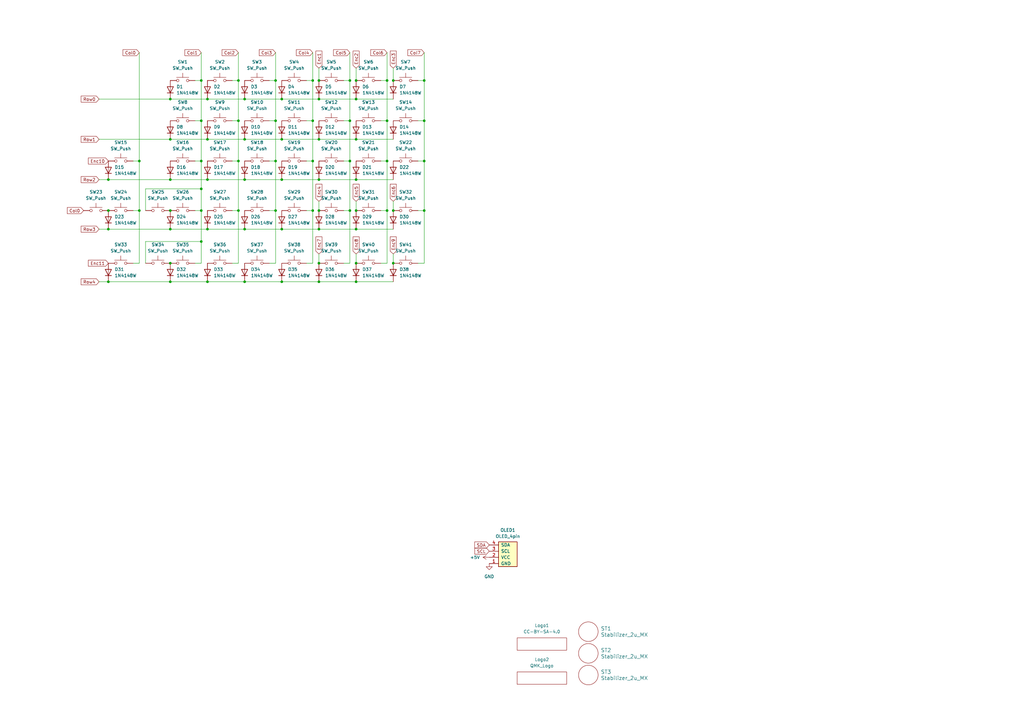
<source format=kicad_sch>
(kicad_sch (version 20230121) (generator eeschema)
  (paper "A3")
  (title_block (title "RefleXion - Ortho 65 Matrix") (date "2022-10-10") (rev "v1.0.0") (company "Tweety's Wild Thinking") (comment 1 "Design: Markus Knutsson <markus.knutsson@tweety.se>") (comment 2 "Concept: Pedro Quaresma <pq@live.ie>") (comment 3 "https://github.com/TweetyDaBird") (comment 4 "Licensed under Creative Commons BY-SA 4.0 International"))
  (lib_symbols
    (symbol "Diode:1N4148W" (pin_numbers hide) (pin_names hide)
      (property "Reference" "D" (at 0 2.54 0))
      (property "Value" "1N4148W" (at 0 -2.54 0))
      (symbol "1N4148W_0_1"
        (polyline (pts (xy -1.27 1.27) (xy -1.27 -1.27)) (stroke (width 0.254)))
        (polyline (pts (xy 1.27 0) (xy -1.27 0)))
        (polyline (pts (xy 1.27 1.27) (xy 1.27 -1.27) (xy -1.27 0) (xy 1.27 1.27)) (stroke (width 0.254)))
      )
      (symbol "1N4148W_1_1"
        (pin passive line (at -3.81 0 0) (length 2.54) (name "K") (number "1"))
        (pin passive line (at 3.81 0 180) (length 2.54) (name "A") (number "2"))
      )
    )
    (symbol "Keyboard Common:OLED_4pin" (pin_names (offset 1.016))
      (property "Reference" "OLED" (at 0 5.08 0))
      (property "Value" "OLED_4pin" (at 0 -7.62 0))
      (symbol "OLED_4pin_1_1"
        (rectangle (start -1.27 3.81) (end 6.35 -6.35) (stroke (width 0.254)) (fill (type background)))
        (pin passive line (at -5.08 2.54 0) (length 3.81) (name "GND") (number "1"))
        (pin passive line (at -5.08 0 0) (length 3.81) (name "VCC") (number "2"))
        (pin passive line (at -5.08 -2.54 0) (length 3.81) (name "SCL") (number "3"))
        (pin passive line (at -5.08 -5.08 0) (length 3.81) (name "SDA") (number "4"))
        (pin no_connect line (at 8.128 -2.286 90) (length 3.81) hide (name "0") (number "A"))
        (pin no_connect line (at 8.128 -2.286 90) (length 3.81) hide (name "0") (number "B"))
        (pin no_connect line (at 8.128 -2.286 90) (length 3.81) hide (name "0") (number "C"))
        (pin no_connect line (at 8.128 -2.286 90) (length 3.81) hide (name "0") (number "D"))
      )
    )
    (symbol "Keyboard Switches:SW_MX_HotSwap_Reversible" (pin_numbers hide) (pin_names (offset 1.016) hide)
      (property "Reference" "SW" (at 1.27 2.54 0))
      (property "Value" "SW_MX_HotSwap_Reversible" (at 0 -1.524 0))
      (symbol "SW_MX_HotSwap_Reversible_0_1"
        (circle (center -2.032 0) (radius 0.508))
        (polyline (pts (xy 0 1.27) (xy 0 3.048)))
        (polyline (pts (xy 2.54 1.27) (xy -2.54 1.27)))
        (circle (center 2.032 0) (radius 0.508))
        (pin passive line (at -5.08 0 0) (length 2.54) (name "1") (number "1"))
        (pin passive line (at 5.08 0 180) (length 2.54) (name "2") (number "2"))
      )
    )
    (symbol "Keyboard Switches:Stabilizer_2u_MX" (pin_names (offset 1.016))
      (property "Reference" "ST1" (at 0 -1.27 0))
      (property "Value" "Stabilizer_2u_MX" (at 0 1.27 0))
      (symbol "Stabilizer_2u_MX_0_1"
        (circle (center 0 0) (radius 4.0132))
      )
    )
    (symbol "Logotypes:CC-BY-SA-4.0" (pin_names (offset 1.016))
      (property "Reference" "Logo" (at 0 1.27 0))
      (property "Value" "CC-BY-SA-4.0" (at 0 -1.27 0))
      (symbol "CC-BY-SA-4.0_0_1"
        (rectangle (start -10.16 2.54) (end 10.16 -2.54))
      )
    )
    (symbol "Logotypes:QMK_Logo" (pin_numbers hide) (pin_names (offset 0) hide) (in_bom no)
      (property "Reference" "Logo" (at 0 0 0))
      (property "Value" "QMK_Logo" (at 0 2.54 0))
      (symbol "QMK_Logo_0_1"
        (rectangle (start -10.16 3.81) (end 10.16 -1.27))
      )
    )
    (symbol "power:+5V" (power) (pin_names (offset 0))
      (property "Value" "+5V" (at 0 3.556 0))
      (symbol "+5V_0_1"
        (polyline (pts (xy -0.762 1.27) (xy 0 2.54)))
        (polyline (pts (xy 0 0) (xy 0 2.54)))
        (polyline (pts (xy 0 2.54) (xy 0.762 1.27)))
      )
      (symbol "+5V_1_1"
        (pin power_in line (at 0 0 90) (length 0) hide (name "+5V") (number "1"))
      )
    )
    (symbol "power:GND" (power) (pin_names (offset 0))
      (property "Value" "GND" (at 0 -3.81 0))
      (symbol "GND_0_1"
        (polyline (pts (xy 0 0) (xy 0 -1.27) (xy 1.27 -1.27) (xy 0 -2.54) (xy -1.27 -1.27) (xy 0 -1.27)))
      )
      (symbol "GND_1_1"
        (pin power_in line (at 0 0 270) (length 0) hide (name "GND") (number "1"))
      )
    )
  )
  (junction (at 100.33 115.57))
  (junction (at 173.99 86.36))
  (junction (at 115.57 57.15))
  (junction (at 97.79 33.02))
  (junction (at 158.75 66.04))
  (junction (at 57.15 86.36))
  (junction (at 82.55 66.04))
  (junction (at 69.85 73.66))
  (junction (at 44.45 86.36))
  (junction (at 146.05 73.66))
  (junction (at 44.45 73.66))
  (junction (at 69.85 86.36))
  (junction (at 85.09 93.98))
  (junction (at 97.79 86.36))
  (junction (at 100.33 73.66))
  (junction (at 128.27 86.36))
  (junction (at 143.51 49.53))
  (junction (at 100.33 40.64))
  (junction (at 158.75 33.02))
  (junction (at 97.79 49.53))
  (junction (at 69.85 115.57))
  (junction (at 115.57 73.66))
  (junction (at 44.45 93.98))
  (junction (at 146.05 107.95))
  (junction (at 158.75 49.53))
  (junction (at 82.55 49.53))
  (junction (at 57.15 66.04))
  (junction (at 69.85 57.15))
  (junction (at 44.45 115.57))
  (junction (at 100.33 93.98))
  (junction (at 115.57 40.64))
  (junction (at 146.05 115.57))
  (junction (at 115.57 115.57))
  (junction (at 85.09 40.64))
  (junction (at 69.85 93.98))
  (junction (at 85.09 115.57))
  (junction (at 173.99 33.02))
  (junction (at 146.05 57.15))
  (junction (at 130.81 86.36))
  (junction (at 85.09 73.66))
  (junction (at 100.33 57.15))
  (junction (at 69.85 40.64))
  (junction (at 82.55 99.06))
  (junction (at 113.03 66.04))
  (junction (at 143.51 33.02))
  (junction (at 146.05 40.64))
  (junction (at 130.81 40.64))
  (junction (at 69.85 107.95))
  (junction (at 82.55 77.47))
  (junction (at 146.05 86.36))
  (junction (at 115.57 93.98))
  (junction (at 82.55 86.36))
  (junction (at 85.09 57.15))
  (junction (at 161.29 107.95))
  (junction (at 97.79 66.04))
  (junction (at 128.27 66.04))
  (junction (at 161.29 33.02))
  (junction (at 113.03 49.53))
  (junction (at 128.27 49.53))
  (junction (at 130.81 93.98))
  (junction (at 130.81 115.57))
  (junction (at 130.81 73.66))
  (junction (at 173.99 66.04))
  (junction (at 82.55 33.02))
  (junction (at 113.03 33.02))
  (junction (at 143.51 66.04))
  (junction (at 143.51 86.36))
  (junction (at 113.03 86.36))
  (junction (at 158.75 86.36))
  (junction (at 146.05 93.98))
  (junction (at 130.81 107.95))
  (junction (at 130.81 57.15))
  (junction (at 173.99 49.53))
  (junction (at 130.81 33.02))
  (junction (at 146.05 33.02))
  (junction (at 161.29 86.36))
  (junction (at 128.27 33.02))
  (wire (pts (xy 82.55 99.06) (xy 82.55 107.95)))
  (wire (pts (xy 100.33 93.98) (xy 115.57 93.98)))
  (wire (pts (xy 156.21 33.02) (xy 158.75 33.02)))
  (wire (pts (xy 100.33 40.64) (xy 115.57 40.64)))
  (wire (pts (xy 40.64 115.57) (xy 44.45 115.57)))
  (wire (pts (xy 130.81 27.94) (xy 130.81 33.02)))
  (wire (pts (xy 59.69 99.06) (xy 82.55 99.06)))
  (wire (pts (xy 40.64 73.66) (xy 44.45 73.66)))
  (wire (pts (xy 57.15 21.59) (xy 57.15 66.04)))
  (wire (pts (xy 173.99 49.53) (xy 173.99 66.04)))
  (wire (pts (xy 171.45 33.02) (xy 173.99 33.02)))
  (wire (pts (xy 97.79 49.53) (xy 97.79 66.04)))
  (wire (pts (xy 130.81 57.15) (xy 146.05 57.15)))
  (wire (pts (xy 173.99 66.04) (xy 173.99 86.36)))
  (wire (pts (xy 97.79 66.04) (xy 97.79 86.36)))
  (wire (pts (xy 95.25 86.36) (xy 97.79 86.36)))
  (wire (pts (xy 95.25 33.02) (xy 97.79 33.02)))
  (wire (pts (xy 130.81 82.55) (xy 130.81 86.36)))
  (wire (pts (xy 158.75 66.04) (xy 158.75 86.36)))
  (wire (pts (xy 82.55 86.36) (xy 82.55 99.06)))
  (wire (pts (xy 80.01 86.36) (xy 82.55 86.36)))
  (wire (pts (xy 54.61 107.95) (xy 57.15 107.95)))
  (wire (pts (xy 173.99 33.02) (xy 173.99 49.53)))
  (wire (pts (xy 171.45 49.53) (xy 173.99 49.53)))
  (wire (pts (xy 80.01 49.53) (xy 82.55 49.53)))
  (wire (pts (xy 146.05 73.66) (xy 161.29 73.66)))
  (wire (pts (xy 44.45 115.57) (xy 69.85 115.57)))
  (wire (pts (xy 110.49 86.36) (xy 113.03 86.36)))
  (wire (pts (xy 173.99 86.36) (xy 171.45 86.36)))
  (wire (pts (xy 140.97 86.36) (xy 143.51 86.36)))
  (wire (pts (xy 146.05 82.55) (xy 146.05 86.36)))
  (wire (pts (xy 113.03 86.36) (xy 113.03 107.95)))
  (wire (pts (xy 113.03 33.02) (xy 113.03 49.53)))
  (wire (pts (xy 69.85 40.64) (xy 85.09 40.64)))
  (wire (pts (xy 44.45 93.98) (xy 69.85 93.98)))
  (wire (pts (xy 173.99 86.36) (xy 173.99 107.95)))
  (wire (pts (xy 40.64 57.15) (xy 69.85 57.15)))
  (wire (pts (xy 140.97 107.95) (xy 143.51 107.95)))
  (wire (pts (xy 146.05 93.98) (xy 161.29 93.98)))
  (wire (pts (xy 161.29 27.94) (xy 161.29 33.02)))
  (wire (pts (xy 146.05 104.14) (xy 146.05 107.95)))
  (wire (pts (xy 128.27 21.59) (xy 128.27 33.02)))
  (wire (pts (xy 158.75 49.53) (xy 158.75 66.04)))
  (wire (pts (xy 110.49 66.04) (xy 113.03 66.04)))
  (wire (pts (xy 140.97 66.04) (xy 143.51 66.04)))
  (wire (pts (xy 115.57 115.57) (xy 130.81 115.57)))
  (wire (pts (xy 54.61 86.36) (xy 57.15 86.36)))
  (wire (pts (xy 113.03 49.53) (xy 113.03 66.04)))
  (wire (pts (xy 85.09 73.66) (xy 100.33 73.66)))
  (wire (pts (xy 156.21 49.53) (xy 158.75 49.53)))
  (wire (pts (xy 130.81 115.57) (xy 146.05 115.57)))
  (wire (pts (xy 69.85 115.57) (xy 85.09 115.57)))
  (wire (pts (xy 143.51 21.59) (xy 143.51 33.02)))
  (wire (pts (xy 128.27 49.53) (xy 128.27 66.04)))
  (wire (pts (xy 100.33 73.66) (xy 115.57 73.66)))
  (wire (pts (xy 146.05 27.94) (xy 146.05 33.02)))
  (wire (pts (xy 140.97 33.02) (xy 143.51 33.02)))
  (wire (pts (xy 158.75 86.36) (xy 156.21 86.36)))
  (wire (pts (xy 95.25 66.04) (xy 97.79 66.04)))
  (wire (pts (xy 59.69 77.47) (xy 82.55 77.47)))
  (wire (pts (xy 146.05 40.64) (xy 161.29 40.64)))
  (wire (pts (xy 161.29 104.14) (xy 161.29 107.95)))
  (wire (pts (xy 143.51 66.04) (xy 143.51 86.36)))
  (wire (pts (xy 146.05 57.15) (xy 161.29 57.15)))
  (wire (pts (xy 97.79 21.59) (xy 97.79 33.02)))
  (wire (pts (xy 97.79 33.02) (xy 97.79 49.53)))
  (wire (pts (xy 82.55 49.53) (xy 82.55 66.04)))
  (wire (pts (xy 59.69 107.95) (xy 59.69 99.06)))
  (wire (pts (xy 130.81 104.14) (xy 130.81 107.95)))
  (wire (pts (xy 173.99 107.95) (xy 171.45 107.95)))
  (wire (pts (xy 85.09 93.98) (xy 100.33 93.98)))
  (wire (pts (xy 95.25 49.53) (xy 97.79 49.53)))
  (wire (pts (xy 97.79 86.36) (xy 97.79 107.95)))
  (wire (pts (xy 85.09 57.15) (xy 100.33 57.15)))
  (wire (pts (xy 146.05 115.57) (xy 161.29 115.57)))
  (wire (pts (xy 115.57 73.66) (xy 130.81 73.66)))
  (wire (pts (xy 173.99 21.59) (xy 173.99 33.02)))
  (wire (pts (xy 125.73 49.53) (xy 128.27 49.53)))
  (wire (pts (xy 110.49 49.53) (xy 113.03 49.53)))
  (wire (pts (xy 80.01 66.04) (xy 82.55 66.04)))
  (wire (pts (xy 82.55 33.02) (xy 82.55 49.53)))
  (wire (pts (xy 158.75 107.95) (xy 156.21 107.95)))
  (wire (pts (xy 44.45 73.66) (xy 69.85 73.66)))
  (wire (pts (xy 69.85 57.15) (xy 85.09 57.15)))
  (wire (pts (xy 110.49 33.02) (xy 113.03 33.02)))
  (wire (pts (xy 113.03 66.04) (xy 113.03 86.36)))
  (wire (pts (xy 69.85 73.66) (xy 85.09 73.66)))
  (wire (pts (xy 125.73 86.36) (xy 128.27 86.36)))
  (wire (pts (xy 161.29 82.55) (xy 161.29 86.36)))
  (wire (pts (xy 59.69 86.36) (xy 59.69 77.47)))
  (wire (pts (xy 85.09 40.64) (xy 100.33 40.64)))
  (wire (pts (xy 143.51 49.53) (xy 143.51 66.04)))
  (wire (pts (xy 57.15 66.04) (xy 57.15 86.36)))
  (wire (pts (xy 40.64 93.98) (xy 44.45 93.98)))
  (wire (pts (xy 156.21 66.04) (xy 158.75 66.04)))
  (wire (pts (xy 125.73 107.95) (xy 128.27 107.95)))
  (wire (pts (xy 125.73 66.04) (xy 128.27 66.04)))
  (wire (pts (xy 82.55 21.59) (xy 82.55 33.02)))
  (wire (pts (xy 115.57 40.64) (xy 130.81 40.64)))
  (wire (pts (xy 69.85 93.98) (xy 85.09 93.98)))
  (wire (pts (xy 143.51 86.36) (xy 143.51 107.95)))
  (wire (pts (xy 97.79 107.95) (xy 95.25 107.95)))
  (wire (pts (xy 115.57 93.98) (xy 130.81 93.98)))
  (wire (pts (xy 158.75 86.36) (xy 158.75 107.95)))
  (wire (pts (xy 128.27 66.04) (xy 128.27 86.36)))
  (wire (pts (xy 143.51 33.02) (xy 143.51 49.53)))
  (wire (pts (xy 140.97 49.53) (xy 143.51 49.53)))
  (wire (pts (xy 82.55 66.04) (xy 82.55 77.47)))
  (wire (pts (xy 115.57 57.15) (xy 130.81 57.15)))
  (wire (pts (xy 128.27 33.02) (xy 128.27 49.53)))
  (wire (pts (xy 125.73 33.02) (xy 128.27 33.02)))
  (wire (pts (xy 100.33 115.57) (xy 115.57 115.57)))
  (wire (pts (xy 171.45 66.04) (xy 173.99 66.04)))
  (wire (pts (xy 54.61 66.04) (xy 57.15 66.04)))
  (wire (pts (xy 130.81 93.98) (xy 146.05 93.98)))
  (wire (pts (xy 113.03 21.59) (xy 113.03 33.02)))
  (wire (pts (xy 82.55 77.47) (xy 82.55 86.36)))
  (wire (pts (xy 80.01 107.95) (xy 82.55 107.95)))
  (wire (pts (xy 128.27 86.36) (xy 128.27 107.95)))
  (wire (pts (xy 100.33 57.15) (xy 115.57 57.15)))
  (wire (pts (xy 113.03 107.95) (xy 110.49 107.95)))
  (wire (pts (xy 130.81 40.64) (xy 146.05 40.64)))
  (wire (pts (xy 158.75 21.59) (xy 158.75 33.02)))
  (wire (pts (xy 80.01 33.02) (xy 82.55 33.02)))
  (wire (pts (xy 158.75 33.02) (xy 158.75 49.53)))
  (wire (pts (xy 40.64 40.64) (xy 69.85 40.64)))
  (wire (pts (xy 85.09 115.57) (xy 100.33 115.57)))
  (wire (pts (xy 130.81 73.66) (xy 146.05 73.66)))
  (wire (pts (xy 57.15 86.36) (xy 57.15 107.95)))
  (global_label "Enc2" (shape input) (at 146.05 27.94 90) (property "Intersheetrefs" "${INTERSHEET_REFS}" (effects hide)))
  (global_label "Col4" (shape input) (at 128.27 21.59 180) (property "Intersheetrefs" "${INTERSHEET_REFS}" (effects hide)))
  (global_label "Enc3" (shape input) (at 161.29 27.94 90) (property "Intersheetrefs" "${INTERSHEET_REFS}" (effects hide)))
  (global_label "Enc5" (shape input) (at 146.05 82.55 90) (property "Intersheetrefs" "${INTERSHEET_REFS}" (effects hide)))
  (global_label "Enc9" (shape input) (at 161.29 104.14 90) (property "Intersheetrefs" "${INTERSHEET_REFS}" (effects hide)))
  (global_label "Enc4" (shape input) (at 130.81 82.55 90) (property "Intersheetrefs" "${INTERSHEET_REFS}" (effects hide)))
  (global_label "Row1" (shape input) (at 40.64 57.15 180) (property "Intersheetrefs" "${INTERSHEET_REFS}" (effects hide)))
  (global_label "Enc6" (shape input) (at 161.29 82.55 90) (property "Intersheetrefs" "${INTERSHEET_REFS}" (effects hide)))
  (global_label "Enc1" (shape input) (at 130.81 27.94 90) (property "Intersheetrefs" "${INTERSHEET_REFS}" (effects hide)))
  (global_label "Row4" (shape input) (at 40.64 115.57 180) (property "Intersheetrefs" "${INTERSHEET_REFS}" (effects hide)))
  (global_label "Col3" (shape input) (at 113.03 21.59 180) (property "Intersheetrefs" "${INTERSHEET_REFS}" (effects hide)))
  (global_label "Col6" (shape input) (at 158.75 21.59 180) (property "Intersheetrefs" "${INTERSHEET_REFS}" (effects hide)))
  (global_label "Enc11" (shape input) (at 44.45 107.95 180) (property "Intersheetrefs" "${INTERSHEET_REFS}" (effects hide)))
  (global_label "Col2" (shape input) (at 97.79 21.59 180) (property "Intersheetrefs" "${INTERSHEET_REFS}" (effects hide)))
  (global_label "Enc10" (shape input) (at 44.45 66.04 180) (property "Intersheetrefs" "${INTERSHEET_REFS}" (effects hide)))
  (global_label "Col5" (shape input) (at 143.51 21.59 180) (property "Intersheetrefs" "${INTERSHEET_REFS}" (effects hide)))
  (global_label "Col0" (shape input) (at 57.15 21.59 180) (property "Intersheetrefs" "${INTERSHEET_REFS}" (effects hide)))
  (global_label "Enc8" (shape input) (at 146.05 104.14 90) (property "Intersheetrefs" "${INTERSHEET_REFS}" (effects hide)))
  (global_label "Col7" (shape input) (at 173.99 21.59 180) (property "Intersheetrefs" "${INTERSHEET_REFS}" (effects hide)))
  (global_label "Row3" (shape input) (at 40.64 93.98 180) (property "Intersheetrefs" "${INTERSHEET_REFS}" (effects hide)))
  (global_label "SDA" (shape input) (at 200.66 223.52 180) (property "Intersheetrefs" "${INTERSHEET_REFS}" (effects hide)))
  (global_label "Col1" (shape input) (at 82.55 21.59 180) (property "Intersheetrefs" "${INTERSHEET_REFS}" (effects hide)))
  (global_label "Col0" (shape input) (at 34.29 86.36 180) (property "Intersheetrefs" "${INTERSHEET_REFS}" (effects hide)))
  (global_label "Enc7" (shape input) (at 130.81 104.14 90) (property "Intersheetrefs" "${INTERSHEET_REFS}" (effects hide)))
  (global_label "Row0" (shape input) (at 40.64 40.64 180) (property "Intersheetrefs" "${INTERSHEET_REFS}" (effects hide)))
  (global_label "Row2" (shape input) (at 40.64 73.66 180) (property "Intersheetrefs" "${INTERSHEET_REFS}" (effects hide)))
  (global_label "SCL" (shape input) (at 200.66 226.06 180) (property "Intersheetrefs" "${INTERSHEET_REFS}" (effects hide)))
  (symbol (lib_id "Keyboard Switches:SW_MX_HotSwap_Reversible") (at 105.41 86.36 0) (unit 1)
    (property "Reference" "SW28" (at 105.41 78.74 0))
    (property "Value" "SW_Push" (at 105.41 81.28 0))
    (property "Footprint" "Keyboard_Plate:SW_MX_Plate_Placeholder_nodrill_NOBORDER_13,9" (effects hide))
  )
  (symbol (lib_id "Diode:1N4148W") (at 115.57 90.17 90) (unit 1)
    (property "Reference" "D27" (at 118.11 88.9 90) (effects (justify right)))
    (property "Value" "1N4148W" (at 118.11 91.44 90) (effects (justify right)))
    (property "Footprint" "Diode_SMD:D_SOD-123" (effects hide))
    (property "Datasheet" "https://www.vishay.com/docs/85748/1n4148w.pdf" (effects hide))
    (property "Sim.Device" "D" (effects hide))
    (property "Sim.Pins" "1=K 2=A" (effects hide))
  )
  (symbol (lib_id "Keyboard Switches:SW_MX_HotSwap_Reversible") (at 74.93 66.04 0) (unit 1)
    (property "Reference" "SW16" (at 74.93 58.42 0))
    (property "Value" "SW_Push" (at 74.93 60.96 0))
    (property "Footprint" "Keyboard_Plate:SW_MX_Plate_Placeholder_nodrill_NOBORDER_13,9" (effects hide))
  )
  (symbol (lib_id "Diode:1N4148W") (at 146.05 69.85 90) (unit 1)
    (property "Reference" "D21" (at 148.59 68.58 90) (effects (justify right)))
    (property "Value" "1N4148W" (at 148.59 71.12 90) (effects (justify right)))
    (property "Footprint" "Diode_SMD:D_SOD-123" (effects hide))
    (property "Datasheet" "https://www.vishay.com/docs/85748/1n4148w.pdf" (effects hide))
    (property "Sim.Device" "D" (effects hide))
    (property "Sim.Pins" "1=K 2=A" (effects hide))
  )
  (symbol (lib_id "Keyboard Switches:Stabilizer_2u_MX") (at 241.3 259.08 0) (unit 1)
    (property "Reference" "ST1" (at 246.38 257.81 0) (effects (font (size 1.524 1.524)) (justify left)))
    (property "Value" "Stabilizer_2u_MX" (at 246.38 260.35 0) (effects (font (size 1.524 1.524)) (justify left)))
    (property "Footprint" "Keyboard Stabilizer:Stabilizer_Cherry_MX_2.00u" (effects hide))
  )
  (symbol (lib_id "Diode:1N4148W") (at 100.33 69.85 90) (unit 1)
    (property "Reference" "D18" (at 102.87 68.58 90) (effects (justify right)))
    (property "Value" "1N4148W" (at 102.87 71.12 90) (effects (justify right)))
    (property "Footprint" "Diode_SMD:D_SOD-123" (effects hide))
    (property "Datasheet" "https://www.vishay.com/docs/85748/1n4148w.pdf" (effects hide))
    (property "Sim.Device" "D" (effects hide))
    (property "Sim.Pins" "1=K 2=A" (effects hide))
  )
  (symbol (lib_id "Keyboard Switches:SW_MX_HotSwap_Reversible") (at 90.17 86.36 0) (unit 1)
    (property "Reference" "SW27" (at 90.17 78.74 0))
    (property "Value" "SW_Push" (at 90.17 81.28 0))
    (property "Footprint" "Keyboard_Plate:SW_MX_Plate_Placeholder_nodrill_NOBORDER_13,9" (effects hide))
  )
  (symbol (lib_id "Diode:1N4148W") (at 44.45 111.76 90) (unit 1)
    (property "Reference" "D31" (at 46.99 110.49 90) (effects (justify right)))
    (property "Value" "1N4148W" (at 46.99 113.03 90) (effects (justify right)))
    (property "Footprint" "Diode_SMD:D_SOD-123" (effects hide))
    (property "Datasheet" "https://www.vishay.com/docs/85748/1n4148w.pdf" (effects hide))
    (property "Sim.Device" "D" (effects hide))
    (property "Sim.Pins" "1=K 2=A" (effects hide))
  )
  (symbol (lib_id "Diode:1N4148W") (at 69.85 36.83 270) (mirror x) (unit 1)
    (property "Reference" "D1" (at 72.39 35.56 90) (effects (justify left)))
    (property "Value" "1N4148W" (at 72.39 38.1 90) (effects (justify left)))
    (property "Footprint" "Diode_SMD:D_SOD-123" (effects hide))
    (property "Datasheet" "https://www.vishay.com/docs/85748/1n4148w.pdf" (effects hide))
    (property "Sim.Device" "D" (effects hide))
    (property "Sim.Pins" "1=K 2=A" (effects hide))
  )
  (symbol (lib_id "Diode:1N4148W") (at 130.81 53.34 90) (unit 1)
    (property "Reference" "D12" (at 133.35 52.07 90) (effects (justify right)))
    (property "Value" "1N4148W" (at 133.35 54.61 90) (effects (justify right)))
    (property "Footprint" "Diode_SMD:D_SOD-123" (effects hide))
    (property "Datasheet" "https://www.vishay.com/docs/85748/1n4148w.pdf" (effects hide))
    (property "Sim.Device" "D" (effects hide))
    (property "Sim.Pins" "1=K 2=A" (effects hide))
  )
  (symbol (lib_id "Keyboard Switches:SW_MX_HotSwap_Reversible") (at 151.13 86.36 0) (unit 1)
    (property "Reference" "SW31" (at 151.13 78.74 0))
    (property "Value" "SW_Push" (at 151.13 81.28 0))
    (property "Footprint" "Keyboard_Plate:SW_MX_Plate_Placeholder_nodrill_NOBORDER_13,9" (effects hide))
  )
  (symbol (lib_id "Diode:1N4148W") (at 130.81 69.85 90) (unit 1)
    (property "Reference" "D20" (at 133.35 68.58 90) (effects (justify right)))
    (property "Value" "1N4148W" (at 133.35 71.12 90) (effects (justify right)))
    (property "Footprint" "Diode_SMD:D_SOD-123" (effects hide))
    (property "Datasheet" "https://www.vishay.com/docs/85748/1n4148w.pdf" (effects hide))
    (property "Sim.Device" "D" (effects hide))
    (property "Sim.Pins" "1=K 2=A" (effects hide))
  )
  (symbol (lib_id "Diode:1N4148W") (at 44.45 69.85 90) (unit 1)
    (property "Reference" "D15" (at 46.99 68.58 90) (effects (justify right)))
    (property "Value" "1N4148W" (at 46.99 71.12 90) (effects (justify right)))
    (property "Footprint" "Diode_SMD:D_SOD-123" (effects hide))
    (property "Datasheet" "https://www.vishay.com/docs/85748/1n4148w.pdf" (effects hide))
    (property "Sim.Device" "D" (effects hide))
    (property "Sim.Pins" "1=K 2=A" (effects hide))
  )
  (symbol (lib_id "Diode:1N4148W") (at 130.81 36.83 90) (unit 1)
    (property "Reference" "D5" (at 133.35 35.56 90) (effects (justify right)))
    (property "Value" "1N4148W" (at 133.35 38.1 90) (effects (justify right)))
    (property "Footprint" "Diode_SMD:D_SOD-123" (effects hide))
    (property "Datasheet" "https://www.vishay.com/docs/85748/1n4148w.pdf" (effects hide))
    (property "Sim.Device" "D" (effects hide))
    (property "Sim.Pins" "1=K 2=A" (effects hide))
  )
  (symbol (lib_id "Keyboard Switches:SW_MX_HotSwap_Reversible") (at 135.89 66.04 0) (unit 1)
    (property "Reference" "SW20" (at 135.89 58.42 0))
    (property "Value" "SW_Push" (at 135.89 60.96 0))
    (property "Footprint" "Keyboard_Plate:SW_MX_Plate_Placeholder_nodrill_NOBORDER_13,9" (effects hide))
  )
  (symbol (lib_id "Diode:1N4148W") (at 69.85 90.17 90) (unit 1)
    (property "Reference" "D24" (at 72.39 88.9 90) (effects (justify right)))
    (property "Value" "1N4148W" (at 72.39 91.44 90) (effects (justify right)))
    (property "Footprint" "Diode_SMD:D_SOD-123" (effects hide))
    (property "Datasheet" "https://www.vishay.com/docs/85748/1n4148w.pdf" (effects hide))
    (property "Sim.Device" "D" (effects hide))
    (property "Sim.Pins" "1=K 2=A" (effects hide))
  )
  (symbol (lib_id "Keyboard Switches:SW_MX_HotSwap_Reversible") (at 166.37 107.95 0) (unit 1)
    (property "Reference" "SW41" (at 166.37 100.33 0))
    (property "Value" "SW_Push" (at 166.37 102.87 0))
    (property "Footprint" "Keyboard_Plate:SW_MX_Plate_Placeholder_nodrill_NOBORDER_13,9" (effects hide))
  )
  (symbol (lib_id "Diode:1N4148W") (at 44.45 90.17 90) (unit 1)
    (property "Reference" "D23" (at 46.99 88.9 90) (effects (justify right)))
    (property "Value" "1N4148W" (at 46.99 91.44 90) (effects (justify right)))
    (property "Footprint" "Diode_SMD:D_SOD-123" (effects hide))
    (property "Datasheet" "https://www.vishay.com/docs/85748/1n4148w.pdf" (effects hide))
    (property "Sim.Device" "D" (effects hide))
    (property "Sim.Pins" "1=K 2=A" (effects hide))
  )
  (symbol (lib_id "Diode:1N4148W") (at 161.29 36.83 90) (unit 1)
    (property "Reference" "D7" (at 163.83 35.56 90) (effects (justify right)))
    (property "Value" "1N4148W" (at 163.83 38.1 90) (effects (justify right)))
    (property "Footprint" "Diode_SMD:D_SOD-123" (effects hide))
    (property "Datasheet" "https://www.vishay.com/docs/85748/1n4148w.pdf" (effects hide))
    (property "Sim.Device" "D" (effects hide))
    (property "Sim.Pins" "1=K 2=A" (effects hide))
  )
  (symbol (lib_id "Diode:1N4148W") (at 115.57 69.85 90) (unit 1)
    (property "Reference" "D19" (at 118.11 68.58 90) (effects (justify right)))
    (property "Value" "1N4148W" (at 118.11 71.12 90) (effects (justify right)))
    (property "Footprint" "Diode_SMD:D_SOD-123" (effects hide))
    (property "Datasheet" "https://www.vishay.com/docs/85748/1n4148w.pdf" (effects hide))
    (property "Sim.Device" "D" (effects hide))
    (property "Sim.Pins" "1=K 2=A" (effects hide))
  )
  (symbol (lib_id "Keyboard Switches:SW_MX_HotSwap_Reversible") (at 74.93 49.53 0) (unit 1)
    (property "Reference" "SW8" (at 74.93 41.91 0))
    (property "Value" "SW_Push" (at 74.93 44.45 0))
    (property "Footprint" "Keyboard_Plate:SW_MX_Plate_Placeholder_nodrill_NOBORDER_13,9" (effects hide))
  )
  (symbol (lib_id "Keyboard Switches:SW_MX_HotSwap_Reversible") (at 49.53 66.04 0) (unit 1)
    (property "Reference" "SW15" (at 49.53 58.42 0))
    (property "Value" "SW_Push" (at 49.53 60.96 0))
    (property "Footprint" "Keyboard_Plate:SW_MX_Plate_Placeholder_nodrill_NOBORDER_13,9" (effects hide))
  )
  (symbol (lib_id "Keyboard Switches:SW_MX_HotSwap_Reversible") (at 39.37 86.36 0) (mirror y) (unit 1)
    (property "Reference" "SW23" (at 39.37 78.74 0))
    (property "Value" "SW_Push" (at 39.37 81.28 0))
    (property "Footprint" "Keyboard_Plate:SW_MX_Plate_Placeholder_nodrill_NOBORDER_13,9" (effects hide))
  )
  (symbol (lib_id "Keyboard Switches:SW_MX_HotSwap_Reversible") (at 90.17 33.02 0) (unit 1)
    (property "Reference" "SW2" (at 90.17 25.4 0))
    (property "Value" "SW_Push" (at 90.17 27.94 0))
    (property "Footprint" "Keyboard_Plate:SW_MX_Plate_Placeholder_nodrill_NOBORDER_13,9" (effects hide))
  )
  (symbol (lib_id "Keyboard Switches:SW_MX_HotSwap_Reversible") (at 120.65 49.53 0) (unit 1)
    (property "Reference" "SW11" (at 120.65 41.91 0))
    (property "Value" "SW_Push" (at 120.65 44.45 0))
    (property "Footprint" "Keyboard_Plate:SW_MX_Plate_Placeholder_nodrill_NOBORDER_13,9" (effects hide))
  )
  (symbol (lib_id "Keyboard Switches:SW_MX_HotSwap_Reversible") (at 166.37 66.04 0) (unit 1)
    (property "Reference" "SW22" (at 166.37 58.42 0))
    (property "Value" "SW_Push" (at 166.37 60.96 0))
    (property "Footprint" "Keyboard_Plate:SW_MX_Plate_Placeholder_nodrill_NOBORDER_13,9" (effects hide))
  )
  (symbol (lib_id "Keyboard Switches:SW_MX_HotSwap_Reversible") (at 64.77 107.95 0) (unit 1)
    (property "Reference" "SW34" (at 64.77 100.33 0))
    (property "Value" "SW_Push" (at 64.77 102.87 0))
    (property "Footprint" "Keyboard_Plate:SW_MX_Plate_Placeholder_nodrill_NOBORDER_13,9" (effects hide))
  )
  (symbol (lib_id "Diode:1N4148W") (at 146.05 53.34 90) (unit 1)
    (property "Reference" "D13" (at 148.59 52.07 90) (effects (justify right)))
    (property "Value" "1N4148W" (at 148.59 54.61 90) (effects (justify right)))
    (property "Footprint" "Diode_SMD:D_SOD-123" (effects hide))
    (property "Datasheet" "https://www.vishay.com/docs/85748/1n4148w.pdf" (effects hide))
    (property "Sim.Device" "D" (effects hide))
    (property "Sim.Pins" "1=K 2=A" (effects hide))
  )
  (symbol (lib_id "Diode:1N4148W") (at 85.09 69.85 90) (unit 1)
    (property "Reference" "D17" (at 87.63 68.58 90) (effects (justify right)))
    (property "Value" "1N4148W" (at 87.63 71.12 90) (effects (justify right)))
    (property "Footprint" "Diode_SMD:D_SOD-123" (effects hide))
    (property "Datasheet" "https://www.vishay.com/docs/85748/1n4148w.pdf" (effects hide))
    (property "Sim.Device" "D" (effects hide))
    (property "Sim.Pins" "1=K 2=A" (effects hide))
  )
  (symbol (lib_id "Keyboard Switches:SW_MX_HotSwap_Reversible") (at 90.17 107.95 0) (unit 1)
    (property "Reference" "SW36" (at 90.17 100.33 0))
    (property "Value" "SW_Push" (at 90.17 102.87 0))
    (property "Footprint" "Keyboard_Plate:SW_MX_Plate_Placeholder_nodrill_NOBORDER_13,9" (effects hide))
  )
  (symbol (lib_id "Diode:1N4148W") (at 69.85 53.34 90) (unit 1)
    (property "Reference" "D8" (at 72.39 52.07 90) (effects (justify right)))
    (property "Value" "1N4148W" (at 72.39 54.61 90) (effects (justify right)))
    (property "Footprint" "Diode_SMD:D_SOD-123" (effects hide))
    (property "Datasheet" "https://www.vishay.com/docs/85748/1n4148w.pdf" (effects hide))
    (property "Sim.Device" "D" (effects hide))
    (property "Sim.Pins" "1=K 2=A" (effects hide))
  )
  (symbol (lib_id "Logotypes:QMK_Logo") (at 222.25 279.4 0) (unit 1) (in_bom no)
    (property "Reference" "Logo2" (at 222.25 270.51 0))
    (property "Value" "QMK_Logo" (at 222.25 273.05 0))
    (property "Footprint" "Logotypes:Powered_by_QMK" (effects hide))
  )
  (symbol (lib_id "Keyboard Switches:Stabilizer_2u_MX") (at 241.3 276.86 0) (unit 1)
    (property "Reference" "ST3" (at 246.38 275.59 0) (effects (font (size 1.524 1.524)) (justify left)))
    (property "Value" "Stabilizer_2u_MX" (at 246.38 278.13 0) (effects (font (size 1.524 1.524)) (justify left)))
    (property "Footprint" "Keyboard Stabilizer:Stabilizer_Cherry_MX_2.00u" (effects hide))
  )
  (symbol (lib_id "Diode:1N4148W") (at 161.29 69.85 90) (unit 1)
    (property "Reference" "D22" (at 163.83 68.58 90) (effects (justify right)))
    (property "Value" "1N4148W" (at 163.83 71.12 90) (effects (justify right)))
    (property "Footprint" "Diode_SMD:D_SOD-123" (effects hide))
    (property "Datasheet" "https://www.vishay.com/docs/85748/1n4148w.pdf" (effects hide))
    (property "Sim.Device" "D" (effects hide))
    (property "Sim.Pins" "1=K 2=A" (effects hide))
  )
  (symbol (lib_id "Diode:1N4148W") (at 161.29 53.34 90) (unit 1)
    (property "Reference" "D14" (at 163.83 52.07 90) (effects (justify right)))
    (property "Value" "1N4148W" (at 163.83 54.61 90) (effects (justify right)))
    (property "Footprint" "Diode_SMD:D_SOD-123" (effects hide))
    (property "Datasheet" "https://www.vishay.com/docs/85748/1n4148w.pdf" (effects hide))
    (property "Sim.Device" "D" (effects hide))
    (property "Sim.Pins" "1=K 2=A" (effects hide))
  )
  (symbol (lib_id "Keyboard Switches:Stabilizer_2u_MX") (at 241.3 267.97 0) (unit 1)
    (property "Reference" "ST2" (at 246.38 266.7 0) (effects (font (size 1.524 1.524)) (justify left)))
    (property "Value" "Stabilizer_2u_MX" (at 246.38 269.24 0) (effects (font (size 1.524 1.524)) (justify left)))
    (property "Footprint" "Keyboard Stabilizer:Stabilizer_Cherry_MX_2.00u" (effects hide))
  )
  (symbol (lib_id "Diode:1N4148W") (at 146.05 36.83 90) (unit 1)
    (property "Reference" "D6" (at 148.59 35.56 90) (effects (justify right)))
    (property "Value" "1N4148W" (at 148.59 38.1 90) (effects (justify right)))
    (property "Footprint" "Diode_SMD:D_SOD-123" (effects hide))
    (property "Datasheet" "https://www.vishay.com/docs/85748/1n4148w.pdf" (effects hide))
    (property "Sim.Device" "D" (effects hide))
    (property "Sim.Pins" "1=K 2=A" (effects hide))
  )
  (symbol (lib_id "Diode:1N4148W") (at 146.05 90.17 90) (unit 1)
    (property "Reference" "D29" (at 148.59 88.9 90) (effects (justify right)))
    (property "Value" "1N4148W" (at 148.59 91.44 90) (effects (justify right)))
    (property "Footprint" "Diode_SMD:D_SOD-123" (effects hide))
    (property "Datasheet" "https://www.vishay.com/docs/85748/1n4148w.pdf" (effects hide))
    (property "Sim.Device" "D" (effects hide))
    (property "Sim.Pins" "1=K 2=A" (effects hide))
  )
  (symbol (lib_id "Keyboard Switches:SW_MX_HotSwap_Reversible") (at 74.93 107.95 0) (unit 1)
    (property "Reference" "SW35" (at 74.93 100.33 0))
    (property "Value" "SW_Push" (at 74.93 102.87 0))
    (property "Footprint" "Keyboard_Plate:SW_MX_Plate_Placeholder_nodrill_NOBORDER_13,9" (effects hide))
  )
  (symbol (lib_id "Diode:1N4148W") (at 100.33 111.76 90) (unit 1)
    (property "Reference" "D34" (at 102.87 110.49 90) (effects (justify right)))
    (property "Value" "1N4148W" (at 102.87 113.03 90) (effects (justify right)))
    (property "Footprint" "Diode_SMD:D_SOD-123" (effects hide))
    (property "Datasheet" "https://www.vishay.com/docs/85748/1n4148w.pdf" (effects hide))
    (property "Sim.Device" "D" (effects hide))
    (property "Sim.Pins" "1=K 2=A" (effects hide))
  )
  (symbol (lib_id "Diode:1N4148W") (at 100.33 90.17 90) (unit 1)
    (property "Reference" "D26" (at 102.87 88.9 90) (effects (justify right)))
    (property "Value" "1N4148W" (at 102.87 91.44 90) (effects (justify right)))
    (property "Footprint" "Diode_SMD:D_SOD-123" (effects hide))
    (property "Datasheet" "https://www.vishay.com/docs/85748/1n4148w.pdf" (effects hide))
    (property "Sim.Device" "D" (effects hide))
    (property "Sim.Pins" "1=K 2=A" (effects hide))
  )
  (symbol (lib_id "Keyboard Switches:SW_MX_HotSwap_Reversible") (at 166.37 86.36 0) (unit 1)
    (property "Reference" "SW32" (at 166.37 78.74 0))
    (property "Value" "SW_Push" (at 166.37 81.28 0))
    (property "Footprint" "Keyboard_Plate:SW_MX_Plate_Placeholder_nodrill_NOBORDER_13,9" (effects hide))
  )
  (symbol (lib_id "Keyboard Switches:SW_MX_HotSwap_Reversible") (at 135.89 49.53 0) (unit 1)
    (property "Reference" "SW12" (at 135.89 41.91 0))
    (property "Value" "SW_Push" (at 135.89 44.45 0))
    (property "Footprint" "Keyboard_Plate:SW_MX_Plate_Placeholder_nodrill_NOBORDER_13,9" (effects hide))
  )
  (symbol (lib_id "Keyboard Switches:SW_MX_HotSwap_Reversible") (at 105.41 107.95 0) (unit 1)
    (property "Reference" "SW37" (at 105.41 100.33 0))
    (property "Value" "SW_Push" (at 105.41 102.87 0))
    (property "Footprint" "Keyboard_Plate:SW_MX_Plate_Placeholder_nodrill_NOBORDER_13,9" (effects hide))
  )
  (symbol (lib_id "Diode:1N4148W") (at 161.29 90.17 90) (unit 1)
    (property "Reference" "D30" (at 163.83 88.9 90) (effects (justify right)))
    (property "Value" "1N4148W" (at 163.83 91.44 90) (effects (justify right)))
    (property "Footprint" "Diode_SMD:D_SOD-123" (effects hide))
    (property "Datasheet" "https://www.vishay.com/docs/85748/1n4148w.pdf" (effects hide))
    (property "Sim.Device" "D" (effects hide))
    (property "Sim.Pins" "1=K 2=A" (effects hide))
  )
  (symbol (lib_id "Keyboard Switches:SW_MX_HotSwap_Reversible") (at 105.41 49.53 0) (unit 1)
    (property "Reference" "SW10" (at 105.41 41.91 0))
    (property "Value" "SW_Push" (at 105.41 44.45 0))
    (property "Footprint" "Keyboard_Plate:SW_MX_Plate_Placeholder_nodrill_NOBORDER_13,9" (effects hide))
  )
  (symbol (lib_id "Keyboard Switches:SW_MX_HotSwap_Reversible") (at 151.13 107.95 0) (unit 1)
    (property "Reference" "SW40" (at 151.13 100.33 0))
    (property "Value" "SW_Push" (at 151.13 102.87 0))
    (property "Footprint" "Keyboard_Plate:SW_MX_Plate_Placeholder_nodrill_NOBORDER_13,9" (effects hide))
  )
  (symbol (lib_id "Diode:1N4148W") (at 100.33 36.83 90) (unit 1)
    (property "Reference" "D3" (at 102.87 35.56 90) (effects (justify right)))
    (property "Value" "1N4148W" (at 102.87 38.1 90) (effects (justify right)))
    (property "Footprint" "Diode_SMD:D_SOD-123" (effects hide))
    (property "Datasheet" "https://www.vishay.com/docs/85748/1n4148w.pdf" (effects hide))
    (property "Sim.Device" "D" (effects hide))
    (property "Sim.Pins" "1=K 2=A" (effects hide))
  )
  (symbol (lib_id "Diode:1N4148W") (at 115.57 53.34 90) (unit 1)
    (property "Reference" "D11" (at 118.11 52.07 90) (effects (justify right)))
    (property "Value" "1N4148W" (at 118.11 54.61 90) (effects (justify right)))
    (property "Footprint" "Diode_SMD:D_SOD-123" (effects hide))
    (property "Datasheet" "https://www.vishay.com/docs/85748/1n4148w.pdf" (effects hide))
    (property "Sim.Device" "D" (effects hide))
    (property "Sim.Pins" "1=K 2=A" (effects hide))
  )
  (symbol (lib_id "Keyboard Switches:SW_MX_HotSwap_Reversible") (at 135.89 86.36 0) (unit 1)
    (property "Reference" "SW30" (at 135.89 78.74 0))
    (property "Value" "SW_Push" (at 135.89 81.28 0))
    (property "Footprint" "Keyboard_Plate:SW_MX_Plate_Placeholder_nodrill_NOBORDER_13,9" (effects hide))
  )
  (symbol (lib_id "Keyboard Switches:SW_MX_HotSwap_Reversible") (at 120.65 33.02 0) (unit 1)
    (property "Reference" "SW4" (at 120.65 25.4 0))
    (property "Value" "SW_Push" (at 120.65 27.94 0))
    (property "Footprint" "Keyboard_Plate:SW_MX_Plate_Placeholder_nodrill_NOBORDER_13,9" (effects hide))
  )
  (symbol (lib_id "Keyboard Common:OLED_4pin") (at 205.74 228.6 0) (mirror x) (unit 1)
    (property "Reference" "OLED1" (at 208.28 217.424 0))
    (property "Value" "OLED_4pin" (at 208.28 219.964 0))
    (property "Footprint" "Keyboard Common:SSD1306-0.91-OLED-4pin-128x32 doublesided" (effects hide))
  )
  (symbol (lib_id "Keyboard Switches:SW_MX_HotSwap_Reversible") (at 120.65 66.04 0) (unit 1)
    (property "Reference" "SW19" (at 120.65 58.42 0))
    (property "Value" "SW_Push" (at 120.65 60.96 0))
    (property "Footprint" "Keyboard_Plate:SW_MX_Plate_Placeholder_nodrill_NOBORDER_13,9" (effects hide))
  )
  (symbol (lib_id "power:GND") (at 200.66 231.14 0) (unit 1)
    (property "Reference" "#PWR022" (effects hide))
    (property "Value" "GND" (at 200.66 236.474 0))
  )
  (symbol (lib_id "Keyboard Switches:SW_MX_HotSwap_Reversible") (at 166.37 33.02 0) (unit 1)
    (property "Reference" "SW7" (at 166.37 25.4 0))
    (property "Value" "SW_Push" (at 166.37 27.94 0))
    (property "Footprint" "Keyboard_Plate:SW_MX_Plate_Placeholder_nodrill_NOBORDER_13,9" (effects hide))
  )
  (symbol (lib_id "Keyboard Switches:SW_MX_HotSwap_Reversible") (at 151.13 49.53 0) (unit 1)
    (property "Reference" "SW13" (at 151.13 41.91 0))
    (property "Value" "SW_Push" (at 151.13 44.45 0))
    (property "Footprint" "Keyboard_Plate:SW_MX_Plate_Placeholder_nodrill_NOBORDER_13,9" (effects hide))
  )
  (symbol (lib_id "Keyboard Switches:SW_MX_HotSwap_Reversible") (at 74.93 86.36 0) (unit 1)
    (property "Reference" "SW26" (at 74.93 78.74 0))
    (property "Value" "SW_Push" (at 74.93 81.28 0))
    (property "Footprint" "Keyboard_Plate:SW_MX_Plate_Placeholder_nodrill_NOBORDER_13,9" (effects hide))
  )
  (symbol (lib_id "Keyboard Switches:SW_MX_HotSwap_Reversible") (at 90.17 49.53 0) (unit 1)
    (property "Reference" "SW9" (at 90.17 41.91 0))
    (property "Value" "SW_Push" (at 90.17 44.45 0))
    (property "Footprint" "Keyboard_Plate:SW_MX_Plate_Placeholder_nodrill_NOBORDER_13,9" (effects hide))
  )
  (symbol (lib_id "Logotypes:CC-BY-SA-4.0") (at 222.25 264.16 0) (unit 1)
    (property "Reference" "Logo1" (at 222.25 256.54 0))
    (property "Value" "CC-BY-SA-4.0" (at 222.25 259.08 0))
    (property "Footprint" "Logotypes:CC_BY_SA_40_line" (effects hide))
  )
  (symbol (lib_id "Keyboard Switches:SW_MX_HotSwap_Reversible") (at 105.41 66.04 0) (unit 1)
    (property "Reference" "SW18" (at 105.41 58.42 0))
    (property "Value" "SW_Push" (at 105.41 60.96 0))
    (property "Footprint" "Keyboard_Plate:SW_MX_Plate_Placeholder_nodrill_NOBORDER_13,9" (effects hide))
  )
  (symbol (lib_id "Diode:1N4148W") (at 130.81 111.76 90) (unit 1)
    (property "Reference" "D36" (at 133.35 110.49 90) (effects (justify right)))
    (property "Value" "1N4148W" (at 133.35 113.03 90) (effects (justify right)))
    (property "Footprint" "Diode_SMD:D_SOD-123" (effects hide))
    (property "Datasheet" "https://www.vishay.com/docs/85748/1n4148w.pdf" (effects hide))
    (property "Sim.Device" "D" (effects hide))
    (property "Sim.Pins" "1=K 2=A" (effects hide))
  )
  (symbol (lib_id "Keyboard Switches:SW_MX_HotSwap_Reversible") (at 120.65 107.95 0) (unit 1)
    (property "Reference" "SW38" (at 120.65 100.33 0))
    (property "Value" "SW_Push" (at 120.65 102.87 0))
    (property "Footprint" "Keyboard_Plate:SW_MX_Plate_Placeholder_nodrill_NOBORDER_13,9" (effects hide))
  )
  (symbol (lib_id "Diode:1N4148W") (at 115.57 36.83 90) (unit 1)
    (property "Reference" "D4" (at 118.11 35.56 90) (effects (justify right)))
    (property "Value" "1N4148W" (at 118.11 38.1 90) (effects (justify right)))
    (property "Footprint" "Diode_SMD:D_SOD-123" (effects hide))
    (property "Datasheet" "https://www.vishay.com/docs/85748/1n4148w.pdf" (effects hide))
    (property "Sim.Device" "D" (effects hide))
    (property "Sim.Pins" "1=K 2=A" (effects hide))
  )
  (symbol (lib_id "Diode:1N4148W") (at 85.09 36.83 90) (unit 1)
    (property "Reference" "D2" (at 87.63 35.56 90) (effects (justify right)))
    (property "Value" "1N4148W" (at 87.63 38.1 90) (effects (justify right)))
    (property "Footprint" "Diode_SMD:D_SOD-123" (effects hide))
    (property "Datasheet" "https://www.vishay.com/docs/85748/1n4148w.pdf" (effects hide))
    (property "Sim.Device" "D" (effects hide))
    (property "Sim.Pins" "1=K 2=A" (effects hide))
  )
  (symbol (lib_id "Keyboard Switches:SW_MX_HotSwap_Reversible") (at 49.53 107.95 0) (unit 1)
    (property "Reference" "SW33" (at 49.53 100.33 0))
    (property "Value" "SW_Push" (at 49.53 102.87 0))
    (property "Footprint" "Keyboard_Plate:SW_MX_Plate_Placeholder_nodrill_NOBORDER_13,9" (effects hide))
  )
  (symbol (lib_id "Keyboard Switches:SW_MX_HotSwap_Reversible") (at 90.17 66.04 0) (unit 1)
    (property "Reference" "SW17" (at 90.17 58.42 0))
    (property "Value" "SW_Push" (at 90.17 60.96 0))
    (property "Footprint" "Keyboard_Plate:SW_MX_Plate_Placeholder_nodrill_NOBORDER_13,9" (effects hide))
  )
  (symbol (lib_id "Keyboard Switches:SW_MX_HotSwap_Reversible") (at 64.77 86.36 0) (mirror y) (unit 1)
    (property "Reference" "SW25" (at 64.77 78.74 0))
    (property "Value" "SW_Push" (at 64.77 81.28 0))
    (property "Footprint" "Keyboard_Plate:SW_MX_Plate_Placeholder_nodrill_NOBORDER_13,9" (effects hide))
  )
  (symbol (lib_id "Keyboard Switches:SW_MX_HotSwap_Reversible") (at 135.89 33.02 0) (unit 1)
    (property "Reference" "SW5" (at 135.89 25.4 0))
    (property "Value" "SW_Push" (at 135.89 27.94 0))
    (property "Footprint" "Keyboard_Plate:SW_MX_Plate_Placeholder_nodrill_NOBORDER_13,9" (effects hide))
  )
  (symbol (lib_id "Diode:1N4148W") (at 100.33 53.34 90) (unit 1)
    (property "Reference" "D10" (at 102.87 52.07 90) (effects (justify right)))
    (property "Value" "1N4148W" (at 102.87 54.61 90) (effects (justify right)))
    (property "Footprint" "Diode_SMD:D_SOD-123" (effects hide))
    (property "Datasheet" "https://www.vishay.com/docs/85748/1n4148w.pdf" (effects hide))
    (property "Sim.Device" "D" (effects hide))
    (property "Sim.Pins" "1=K 2=A" (effects hide))
  )
  (symbol (lib_id "Keyboard Switches:SW_MX_HotSwap_Reversible") (at 105.41 33.02 0) (unit 1)
    (property "Reference" "SW3" (at 105.41 25.4 0))
    (property "Value" "SW_Push" (at 105.41 27.94 0))
    (property "Footprint" "Keyboard_Plate:SW_MX_Plate_Placeholder_nodrill_NOBORDER_13,9" (effects hide))
  )
  (symbol (lib_id "Diode:1N4148W") (at 161.29 111.76 90) (unit 1)
    (property "Reference" "D38" (at 163.83 110.49 90) (effects (justify right)))
    (property "Value" "1N4148W" (at 163.83 113.03 90) (effects (justify right)))
    (property "Footprint" "Diode_SMD:D_SOD-123" (effects hide))
    (property "Datasheet" "https://www.vishay.com/docs/85748/1n4148w.pdf" (effects hide))
    (property "Sim.Device" "D" (effects hide))
    (property "Sim.Pins" "1=K 2=A" (effects hide))
  )
  (symbol (lib_id "Keyboard Switches:SW_MX_HotSwap_Reversible") (at 74.93 33.02 0) (unit 1)
    (property "Reference" "SW1" (at 74.93 25.4 0))
    (property "Value" "SW_Push" (at 74.93 27.94 0))
    (property "Footprint" "Keyboard_Plate:SW_MX_Plate_Placeholder_nodrill_NOBORDER_13,9" (effects hide))
  )
  (symbol (lib_id "Keyboard Switches:SW_MX_HotSwap_Reversible") (at 151.13 33.02 0) (unit 1)
    (property "Reference" "SW6" (at 151.13 25.4 0))
    (property "Value" "SW_Push" (at 151.13 27.94 0))
    (property "Footprint" "Keyboard_Plate:SW_MX_Plate_Placeholder_nodrill_NOBORDER_13,9" (effects hide))
  )
  (symbol (lib_id "Diode:1N4148W") (at 69.85 69.85 90) (unit 1)
    (property "Reference" "D16" (at 72.39 68.58 90) (effects (justify right)))
    (property "Value" "1N4148W" (at 72.39 71.12 90) (effects (justify right)))
    (property "Footprint" "Diode_SMD:D_SOD-123" (effects hide))
    (property "Datasheet" "https://www.vishay.com/docs/85748/1n4148w.pdf" (effects hide))
    (property "Sim.Device" "D" (effects hide))
    (property "Sim.Pins" "1=K 2=A" (effects hide))
  )
  (symbol (lib_id "power:+5V") (at 200.66 228.6 90) (unit 1)
    (property "Reference" "#PWR03" (effects hide))
    (property "Value" "+5V" (at 196.85 228.6 90) (effects (justify left)))
  )
  (symbol (lib_id "Diode:1N4148W") (at 85.09 111.76 90) (unit 1)
    (property "Reference" "D33" (at 87.63 110.49 90) (effects (justify right)))
    (property "Value" "1N4148W" (at 87.63 113.03 90) (effects (justify right)))
    (property "Footprint" "Diode_SMD:D_SOD-123" (effects hide))
    (property "Datasheet" "https://www.vishay.com/docs/85748/1n4148w.pdf" (effects hide))
    (property "Sim.Device" "D" (effects hide))
    (property "Sim.Pins" "1=K 2=A" (effects hide))
  )
  (symbol (lib_id "Keyboard Switches:SW_MX_HotSwap_Reversible") (at 135.89 107.95 0) (unit 1)
    (property "Reference" "SW39" (at 135.89 100.33 0))
    (property "Value" "SW_Push" (at 135.89 102.87 0))
    (property "Footprint" "Keyboard_Plate:SW_MX_Plate_Placeholder_nodrill_NOBORDER_13,9" (effects hide))
  )
  (symbol (lib_id "Keyboard Switches:SW_MX_HotSwap_Reversible") (at 166.37 49.53 0) (unit 1)
    (property "Reference" "SW14" (at 166.37 41.91 0))
    (property "Value" "SW_Push" (at 166.37 44.45 0))
    (property "Footprint" "Keyboard_Plate:SW_MX_Plate_Placeholder_nodrill_NOBORDER_13,9" (effects hide))
  )
  (symbol (lib_id "Keyboard Switches:SW_MX_HotSwap_Reversible") (at 120.65 86.36 0) (unit 1)
    (property "Reference" "SW29" (at 120.65 78.74 0))
    (property "Value" "SW_Push" (at 120.65 81.28 0))
    (property "Footprint" "Keyboard_Plate:SW_MX_Plate_Placeholder_nodrill_NOBORDER_13,9" (effects hide))
  )
  (symbol (lib_id "Diode:1N4148W") (at 146.05 111.76 90) (unit 1)
    (property "Reference" "D37" (at 148.59 110.49 90) (effects (justify right)))
    (property "Value" "1N4148W" (at 148.59 113.03 90) (effects (justify right)))
    (property "Footprint" "Diode_SMD:D_SOD-123" (effects hide))
    (property "Datasheet" "https://www.vishay.com/docs/85748/1n4148w.pdf" (effects hide))
    (property "Sim.Device" "D" (effects hide))
    (property "Sim.Pins" "1=K 2=A" (effects hide))
  )
  (symbol (lib_id "Keyboard Switches:SW_MX_HotSwap_Reversible") (at 49.53 86.36 0) (unit 1)
    (property "Reference" "SW24" (at 49.53 78.74 0))
    (property "Value" "SW_Push" (at 49.53 81.28 0))
    (property "Footprint" "Keyboard_Plate:SW_MX_Plate_Placeholder_nodrill_NOBORDER_13,9" (effects hide))
  )
  (symbol (lib_id "Diode:1N4148W") (at 85.09 90.17 90) (unit 1)
    (property "Reference" "D25" (at 87.63 88.9 90) (effects (justify right)))
    (property "Value" "1N4148W" (at 87.63 91.44 90) (effects (justify right)))
    (property "Footprint" "Diode_SMD:D_SOD-123" (effects hide))
    (property "Datasheet" "https://www.vishay.com/docs/85748/1n4148w.pdf" (effects hide))
    (property "Sim.Device" "D" (effects hide))
    (property "Sim.Pins" "1=K 2=A" (effects hide))
  )
  (symbol (lib_id "Diode:1N4148W") (at 130.81 90.17 90) (unit 1)
    (property "Reference" "D28" (at 133.35 88.9 90) (effects (justify right)))
    (property "Value" "1N4148W" (at 133.35 91.44 90) (effects (justify right)))
    (property "Footprint" "Diode_SMD:D_SOD-123" (effects hide))
    (property "Datasheet" "https://www.vishay.com/docs/85748/1n4148w.pdf" (effects hide))
    (property "Sim.Device" "D" (effects hide))
    (property "Sim.Pins" "1=K 2=A" (effects hide))
  )
  (symbol (lib_id "Diode:1N4148W") (at 69.85 111.76 90) (unit 1)
    (property "Reference" "D32" (at 72.39 110.49 90) (effects (justify right)))
    (property "Value" "1N4148W" (at 72.39 113.03 90) (effects (justify right)))
    (property "Footprint" "Diode_SMD:D_SOD-123" (effects hide))
    (property "Datasheet" "https://www.vishay.com/docs/85748/1n4148w.pdf" (effects hide))
    (property "Sim.Device" "D" (effects hide))
    (property "Sim.Pins" "1=K 2=A" (effects hide))
  )
  (symbol (lib_id "Diode:1N4148W") (at 115.57 111.76 90) (unit 1)
    (property "Reference" "D35" (at 118.11 110.49 90) (effects (justify right)))
    (property "Value" "1N4148W" (at 118.11 113.03 90) (effects (justify right)))
    (property "Footprint" "Diode_SMD:D_SOD-123" (effects hide))
    (property "Datasheet" "https://www.vishay.com/docs/85748/1n4148w.pdf" (effects hide))
    (property "Sim.Device" "D" (effects hide))
    (property "Sim.Pins" "1=K 2=A" (effects hide))
  )
  (symbol (lib_id "Diode:1N4148W") (at 85.09 53.34 90) (unit 1)
    (property "Reference" "D9" (at 87.63 52.07 90) (effects (justify right)))
    (property "Value" "1N4148W" (at 87.63 54.61 90) (effects (justify right)))
    (property "Footprint" "Diode_SMD:D_SOD-123" (effects hide))
    (property "Datasheet" "https://www.vishay.com/docs/85748/1n4148w.pdf" (effects hide))
    (property "Sim.Device" "D" (effects hide))
    (property "Sim.Pins" "1=K 2=A" (effects hide))
  )
  (symbol (lib_id "Keyboard Switches:SW_MX_HotSwap_Reversible") (at 151.13 66.04 0) (unit 1)
    (property "Reference" "SW21" (at 151.13 58.42 0))
    (property "Value" "SW_Push" (at 151.13 60.96 0))
    (property "Footprint" "Keyboard_Plate:SW_MX_Plate_Placeholder_nodrill_NOBORDER_13,9" (effects hide))
  )
)
</source>
